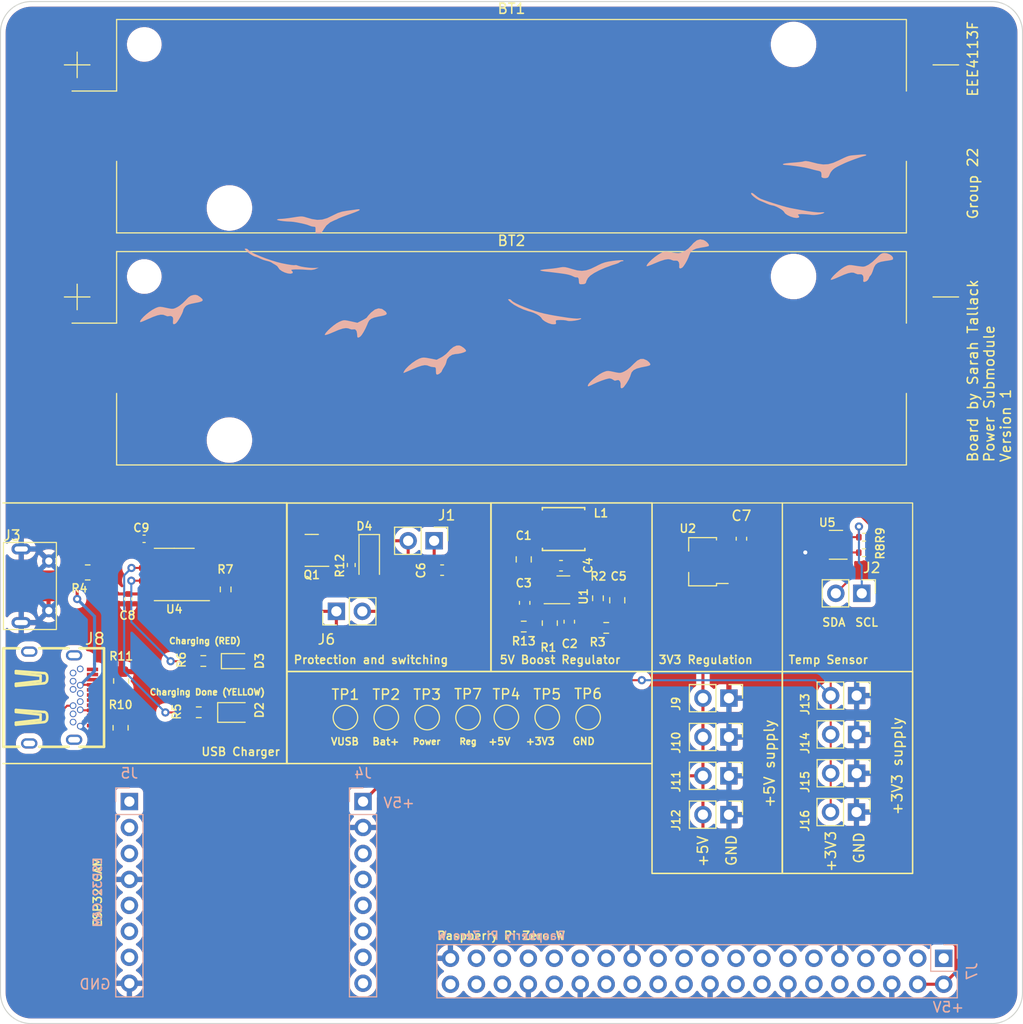
<source format=kicad_pcb>
(kicad_pcb (version 20211014) (generator pcbnew)
  (layers (0 "F.Cu" signal) (31 "B.Cu" signal) (34 "B.Paste" user) (35 "F.Paste" user) (36 "B.SilkS" user "B.Silkscreen") (37 "F.SilkS" user "F.Silkscreen") (38 "B.Mask" user) (39 "F.Mask" user) (44 "Edge.Cuts" user))
  (net 0 "")
  (net 1 "GND")
  (net 2 "/Sensors/SCL")
  (net 3 "/Sensors/SDA")
  (net 4 "Net-(L1-Pad2)")
  (net 5 "Net-(C2-Pad2)")
  (net 6 "Net-(C3-Pad2)")
  (net 7 "Net-(C3-Pad1)")
  (net 8 "Net-(C4-Pad1)")
  (net 9 "Net-(C8-Pad1)")
  (net 10 "Net-(D2-Pad1)")
  (net 11 "Net-(D3-Pad1)")
  (net 12 "/VoltageSupply/VUSB")
  (net 13 "Net-(R5-Pad2)")
  (net 14 "Net-(R6-Pad2)")
  (net 15 "Net-(R7-Pad1)")
  (net 18 "Net-(D4-Pad1)")
  (net 19 "/VoltageSupply/Bat+")
  (net 20 "/VoltageSupply/Power")
  (net 21 "/Microcontrollers/+5VReg")
  (net 22 "/Sensors/+3V3Reg")
  (net 23 "Net-(R2-Pad2)")
  (net 26 "/Microcontrollers/GPIO4")
  (net 27 "/Microcontrollers/GPIO2")
  (net 28 "/Microcontrollers/GPIO14")
  (net 29 "/Microcontrollers/GPIO15")
  (net 30 "/Microcontrollers/GPIO13")
  (net 31 "/Microcontrollers/GPIO12")
  (net 32 "/Microcontrollers/3.3V")
  (net 33 "/Microcontrollers/GPIO16")
  (net 34 "/Microcontrollers/GPIO0")
  (net 35 "/Microcontrollers/3.3V{slash}5V")
  (net 36 "/Microcontrollers/GPIO3")
  (net 37 "/Microcontrollers/GPIO1")
  (net 38 "/Microcontrollers/+3V3")
  (net 39 "/Microcontrollers/GPIO[2]{slash}SDA1")
  (net 40 "/Microcontrollers/GPIO[3]{slash}SCL1")
  (net 41 "/Microcontrollers/GPIO[4]{slash}GPCLK0")
  (net 42 "/Microcontrollers/GPIO[14]{slash}TXD0")
  (net 43 "/Microcontrollers/GPIO[15]{slash}RXD0")
  (net 44 "/Microcontrollers/GPIO[17]")
  (net 45 "/Microcontrollers/GPIO[18]{slash}PCM.CLK")
  (net 46 "/Microcontrollers/GPIO[27]")
  (net 47 "/Microcontrollers/GPIO[22]")
  (net 48 "/Microcontrollers/GPIO[23]")
  (net 49 "/Microcontrollers/GPIO[24]")
  (net 50 "/Microcontrollers/GPIO[10]{slash}SPI0.MOSI")
  (net 51 "/Microcontrollers/GPIO[9]{slash}SPI0.MISO")
  (net 52 "/Microcontrollers/GPIO[25]")
  (net 53 "/Microcontrollers/GPIO[11]{slash}SPI0.SCLK")
  (net 54 "/Microcontrollers/GPIO[8]{slash}SPI0.CE0")
  (net 55 "/Microcontrollers/GPIO[7]{slash}SPI0.CE1")
  (net 56 "/Microcontrollers/ID_SDA")
  (net 57 "/Microcontrollers/ID_SCL")
  (net 58 "/Microcontrollers/GPIO[5]")
  (net 59 "/Microcontrollers/GPIO[6]")
  (net 60 "/Microcontrollers/GPIO[12]{slash}PWM0")
  (net 61 "/Microcontrollers/GPIO[13]{slash}PWM1")
  (net 62 "/Microcontrollers/GPIO[19]{slash}PCM.FS")
  (net 63 "/Microcontrollers/GPIO[16]")
  (net 64 "/Microcontrollers/GPIO26")
  (net 65 "/Microcontrollers/GPIO[20]{slash}PCM.DIN")
  (net 66 "/Microcontrollers/GPIO[21]{slash}PCM.DOUT")
  (net 69 "Net-(J8-PadA5)")
  (net 77 "Net-(J8-PadB5)")
  (net 83 "/VoltageSupply/Reg")
  (footprint "Resistor_SMD:R_0402_1005Metric" (layer "F.Cu") (at 91.571574 96.731058 90)
    (fp_text reference "R12")
    (fp_text value "100k")
  )
  (footprint "Resistor_SMD:R_0805_2012Metric" (layer "F.Cu") (at 69 112.656142 -90)
    (fp_text reference "R10")
    (fp_text value "5.1k")
  )
  (footprint "TestPoint:TestPoint_Pad_D2.0mm" (layer "F.Cu") (at 99 111.656142)
    (fp_text reference "TP3")
    (fp_text value "TestPoint")
  )
  (footprint "Connector_PinHeader_2.54mm:PinHeader_1x02_P2.54mm_Vertical" (layer "F.Cu") (at 99.678845 94.358028 -90)
    (fp_text reference "J1")
    (fp_text value "Conn_01x02_Male")
  )
  (footprint "Resistor_SMD:R_0805_2012Metric" (layer "F.Cu") (at 65.780757 97.454584)
    (fp_text reference "R4")
    (fp_text value "330m")
  )
  (footprint "TestPoint:TestPoint_Pad_D2.0mm" (layer "F.Cu") (at 103 111.656142)
    (fp_text reference "TP7")
    (fp_text value "TestPoint")
  )
  (footprint "Package_TO_SOT_SMD:SOT-89-3" (layer "F.Cu") (at 126.25 96.406142 180)
    (fp_text reference "U2")
    (fp_text value "HT75xx-1-SOT89")
  )
  (footprint "Connector_PinHeader_2.54mm:PinHeader_1x02_P2.54mm_Vertical" (layer "F.Cu") (at 128.525 121.156142 -90)
    (fp_text reference "J12")
    (fp_text value "Conn_01x02_Male")
  )
  (footprint "Capacitor_SMD:C_0402_1005Metric" (layer "F.Cu") (at 71.3 94.166142 180)
    (fp_text reference "C9")
    (fp_text value "10uF")
  )
  (footprint "LED_SMD:LED_0603_1608Metric" (layer "F.Cu") (at 80.346313 106.13688)
    (fp_text reference "D3")
    (fp_text value "RLED")
  )
  (footprint "Capacitor_SMD:C_0805_2012Metric" (layer "F.Cu") (at 108.448019 96.180404 90)
    (fp_text reference "C1")
    (fp_text value "4.7u")
  )
  (footprint "TestPoint:TestPoint_Pad_D2.0mm" (layer "F.Cu") (at 95 111.656142)
    (fp_text reference "TP2")
    (fp_text value "TestPoint")
  )
  (footprint "TestPoint:TestPoint_Pad_D2.0mm" (layer "F.Cu") (at 110.75 111.632996)
    (fp_text reference "TP5")
    (fp_text value "TestPoint")
  )
  (footprint "Package_TO_SOT_SMD:SOT-23" (layer "F.Cu") (at 87.703163 95.297117 180)
    (fp_text reference "Q1")
    (fp_text value "Si2301CDS")
  )
  (footprint "Capacitor_SMD:C_0805_2012Metric" (layer "F.Cu") (at 117.600926 100.179746 90)
    (fp_text reference "C5")
    (fp_text value "1u")
  )
  (footprint "Battery:BatteryHolder_Keystone_1042_1x18650" (layer "F.Cu") (at 107.25 53.79)
    (fp_text reference "BT1")
    (fp_text value "Li-Ion Battery")
  )
  (footprint "Resistor_SMD:R_0603_1608Metric" (layer "F.Cu") (at 79.279911 99.116259 -90)
    (fp_text reference "R7")
    (fp_text value "1.2k")
  )
  (footprint "Resistor_SMD:R_0603_1608Metric" (layer "F.Cu") (at 115.7101 99.979559 -90)
    (fp_text reference "R2")
    (fp_text value "180k")
  )
  (footprint "Capacitor_SMD:C_0402_1005Metric" (layer "F.Cu") (at 69.750812 100.044799 -90)
    (fp_text reference "C8")
    (fp_text value "10uF")
  )
  (footprint "Resistor_SMD:R_0603_1608Metric" (layer "F.Cu") (at 108.448725 102.75 180)
    (fp_text reference "R13")
    (fp_text value "1k")
  )
  (footprint "SarahFootprints:USB-TYPE-C-TH_USB-306A-B-SU" (layer "F.Cu") (at 63.155 109.696315 -90)
    (fp_text reference "J8")
    (fp_text value "USB_C_Receptacle" hide)
  )
  (footprint "Resistor_SMD:R_0603_1608Metric" (layer "F.Cu") (at 76.6475 111.141142 180)
    (fp_text reference "R5")
    (fp_text value "1k")
  )
  (footprint "TestPoint:TestPoint_Pad_D2.0mm" (layer "F.Cu") (at 114.75 111.632996)
    (fp_text reference "TP6")
    (fp_text value "TestPoint")
  )
  (footprint "SarahFootprints:C404969_Micro_USB" (layer "F.Cu") (at 57.575636 98.761938 90)
    (fp_text reference "J3")
    (fp_text value "USB_Micro_B_Female_Connector")
  )
  (footprint "Capacitor_SMD:C_0603_1608Metric" (layer "F.Cu") (at 129.75 94.156142 90)
    (fp_text reference "C7")
    (fp_text value "100n")
  )
  (footprint "Capacitor_SMD:C_0603_1608Metric" (layer "F.Cu") (at 112.905423 102.275685 90)
    (fp_text reference "C2")
    (fp_text value "100n")
  )
  (footprint "Resistor_SMD:R_0402_1005Metric" (layer "F.Cu") (at 141.75 94.009432 180)
    (fp_text reference "R9")
    (fp_text value "10k")
  )
  (footprint "Battery:BatteryHolder_Keystone_1042_1x18650" (layer "F.Cu") (at 107.25 76.5)
    (fp_text reference "BT2")
    (fp_text value "Li-Ion Battery")
  )
  (footprint "Connector_PinHeader_2.54mm:PinHeader_1x02_P2.54mm_Vertical" (layer "F.Cu") (at 141.025 117.106142 -90)
    (fp_text reference "J15")
    (fp_text value "Conn_01x02_Male")
  )
  (footprint "Capacitor_SMD:C_0603_1608Metric" (layer "F.Cu") (at 112.094018 96.797165 180)
    (fp_text reference "C4")
    (fp_text value "100n")
  )
  (footprint "Package_SO:HSOP-8-1EP_3.9x4.9mm_P1.27mm_EP2.3x2.3mm" (layer "F.Cu") (at 74.25 97.656142 180)
    (fp_text reference "U4")
    (fp_text value "TP4056_1")
  )
  (footprint "TestPoint:TestPoint_Pad_D2.0mm" (layer "F.Cu") (at 91 111.656142)
    (fp_text reference "TP1")
    (fp_text value "TestPoint")
  )
  (footprint "Diode_SMD:D_SOD-123" (layer "F.Cu") (at 93.329492 95.9953 -90)
    (fp_text reference "D4")
    (fp_text value "Diode")
  )
  (footprint "Connector_PinHeader_2.54mm:PinHeader_1x02_P2.54mm_Vertical" (layer "F.Cu") (at 141.525 99.5 -90)
    (fp_text reference "J2")
    (fp_text value "Conn_01x02_Male")
  )
  (footprint "Capacitor_SMD:C_0603_1608Metric" (layer "F.Cu") (at 100.461631 97.230718)
    (fp_text reference "C6")
    (fp_text value "100n")
  )
  (footprint "Package_SON:WSON-10-1EP_2.5x2.5mm_P0.5mm_EP1.2x2mm" (layer "F.Cu") (at 111.698019 99.155075)
    (fp_text reference "U1")
    (fp_text value "TPS63030DSKR")
  )
  (footprint "Resistor_SMD:R_0603_1608Metric" (layer "F.Cu") (at 116.521264 102.880355)
    (fp_text reference "R3")
    (fp_text value "20k")
  )
  (footprint "Connector_PinHeader_2.54mm:PinHeader_1x02_P2.54mm_Vertical" (layer "F.Cu") (at 141.025 113.306142 -90)
    (fp_text reference "J14")
    (fp_text value "Conn_01x02_Male")
  )
  (footprint "Connector_PinHeader_2.54mm:PinHeader_1x02_P2.54mm_Vertical" (layer "F.Cu") (at 141.012716 120.906142 -90)
    (fp_text reference "J16")
    (fp_text value "Conn_01x02_Male")
  )
  (footprint "Connector_PinHeader_2.54mm:PinHeader_1x02_P2.54mm_Vertical" (layer "F.Cu") (at 128.525 117.356142 -90)
    (fp_text reference "J11")
    (fp_text value "Conn_01x02_Male")
  )
  (footprint "Resistor_SMD:R_0603_1608Metric" (layer "F.Cu") (at 77.096313 106.12134 180)
    (fp_text reference "R6")
    (fp_text value "1k")
  )
  (footprint "Capacitor_SMD:C_0603_1608Metric" (layer "F.Cu") (at 108.538762 100.432441 90)
    (fp_text reference "C3")
    (fp_text value "100n")
  )
  (footprint "SarahFootprints:IND-SMD_L4.0-W4.0" (layer "F.Cu") (at 112.349862 93.210018)
    (fp_text reference "L1")
    (fp_text value "4.7u" hide)
  )
  (footprint "Resistor_SMD:R_0402_1005Metric" (layer "F.Cu") (at 141.738711 95.522068 180)
    (fp_text reference "R8")
    (fp_text value "10k")
  )
  (footprint "Connector_PinHeader_2.54mm:PinHeader_1x02_P2.54mm_Vertical" (layer "F.Cu") (at 141.025 109.506142 -90)
    (fp_text reference "J13")
    (fp_text value "Conn_01x02_Male")
  )
  (footprint "Resistor_SMD:R_0805_2012Metric" (layer "F.Cu") (at 111 102.4125 -90)
    (fp_text reference "R1")
    (fp_text value "200k")
  )
  (footprint "Connector_PinHeader_2.54mm:PinHeader_1x02_P2.54mm_Vertical" (layer "F.Cu") (at 128.525 109.756142 -90)
    (fp_text reference "J9")
    (fp_text value "Conn_01x02_Male")
  )
  (footprint "Connector_PinHeader_2.54mm:PinHeader_1x02_P2.54mm_Vertical" (layer "F.Cu") (at 128.525 113.556142 -90)
    (fp_text reference "J10")
    (fp_text value "Conn_01x02_Male")
  )
  (footprint "TestPoint:TestPoint_Pad_D2.0mm" (layer "F.Cu") (at 106.75 111.632996)
    (fp_text reference "TP4")
    (fp_text value "TestPoint")
  )
  (footprint "Connector_PinHeader_2.54mm:PinHeader_1x02_P2.54mm_Vertical" (layer "F.Cu") (at 90.113845 101.260981 90)
    (fp_text reference "J6")
    (fp_text value "Conn_01x02_Male")
  )
  (footprint "LED_SMD:LED_0805_2012Metric" (layer "F.Cu") (at 80.1875 111.156142)
    (fp_text reference "D2")
    (fp_text value "YLED")
  )
  (footprint "Resistor_SMD:R_0805_2012Metric" (layer "F.Cu") (at 69.055645 108.073079 -90)
    (fp_text reference "R11")
    (fp_text value "5.1k")
  )
  (footprint "Sensor_Humidity:Sensirion_DFN-8-1EP_2.5x2.5mm_P0.5mm_EP1.1x1.7mm" (layer "F.Cu") (at 139 94.75 180)
    (fp_text reference "U5")
    (fp_text value "SHT30-DIS")
  )
  (footprint "Connector_PinSocket_2.54mm:PinSocket_1x08_P2.54mm_Vertical" (layer "B.Cu") (at 92.725 119.875 180)
    (fp_text reference "J4")
    (fp_text value "Conn_01x08_Male")
  )
  (footprint "Connector_PinSocket_2.54mm:PinSocket_2x20_P2.54mm_Vertical" (layer "B.Cu") (at 149.54 135.21 90)
    (fp_text reference "J7")
    (fp_text value "GPIO")
  )
  (footprint "LOGO" (layer "B.Cu") (at 105.460644 73.795687 180)
    (fp_text reference "G***" hide)
    (fp_text value "LOGO" hide)
  )
  (footprint "Connector_PinSocket_2.54mm:PinSocket_1x08_P2.54mm_Vertical" (layer "B.Cu") (at 69.859465 119.875 180)
    (fp_text reference "J5")
    (fp_text value "Conn_01x08_Male")
  )
  (gr_rect (start 105.23347 90.666056) (end 85.291046 107.149006) (layer "F.SilkS") (width 0.15) (fill none))
  (gr_line (start 85.5 116.156142) (end 57.5 116.156142) (layer "F.SilkS") (width 0.15))
  (gr_rect (start 133.75 90.656142) (end 146.5 107.156142) (layer "F.SilkS") (width 0.12) (fill none))
  (gr_rect (start 105.25 90.656142) (end 121 107.156142) (layer "F.SilkS") (width 0.15) (fill none))
  (gr_rect (start 121 90.656142) (end 133.75 107.156142) (layer "F.SilkS") (width 0.12) (fill none))
  (gr_line (start 57.5 90.656142) (end 85.25 90.656142) (layer "F.SilkS") (width 0.15))
  (gr_rect (start 133.75 107.156142) (end 146.5 126.906142) (layer "F.SilkS") (width 0.15) (fill none))
  (gr_rect (start 121 107.156142) (end 133.75 126.906142) (layer "F.SilkS") (width 0.15) (fill none))
  (gr_line (start 85.25 90.656142) (end 85.25 116.156142) (layer "F.SilkS") (width 0.15))
  (gr_rect (start 85.291046 107.149006) (end 121 116.156142) (layer "F.SilkS") (width 0.15) (fill none))
  (gr_line (start 60.25 41.59264) (end 154.25736 41.59264) (layer "Edge.Cuts") (width 0.1))
  (gr_arc (start 60.25 141.6) (mid 58.12868 140.72132) (end 57.25 138.6) (layer "Edge.Cuts") (width 0.1))
  (gr_arc (start 154.25736 41.59264) (mid 156.37868 42.47132) (end 157.25736 44.59264) (layer "Edge.Cuts") (width 0.1))
  (gr_line (start 57.25 44.59264) (end 57.25 138.6) (layer "Edge.Cuts") (width 0.1))
  (gr_line (start 157.25 138.6) (end 157.25736 44.59264) (layer "Edge.Cuts") (width 0.1))
  (gr_arc (start 57.25 44.59264) (mid 58.12868 42.47132) (end 60.25 41.59264) (layer "Edge.Cuts") (width 0.1))
  (gr_line (start 60.25 141.6) (end 154.25 141.6) (layer "Edge.Cuts") (width 0.1))
  (gr_arc (start 157.25 138.6) (mid 156.37132 140.72132) (end 154.25 141.6) (layer "Edge.Cuts") (width 0.1))
  (gr_text "GND\n" (at 66.5 137.75) (layer "B.SilkS") (effects (font (size 1 1)) (justify mirror)))
  (gr_text "+5V" (at 96.25 120) (layer "B.SilkS") (effects (font (size 1 1)) (justify mirror)))
  (gr_text "+5V" (at 150 140) (layer "B.SilkS") (effects (font (size 1 1)) (justify mirror)))
  (gr_text "ESP32 CAM" (at 66.75 128.75 90) (layer "B.SilkS") (effects (font (size 0.8 0.8)) (justify mirror)))
  (gr_text "Raspberry Pi Zero W" (at 106.25 133) (layer "B.SilkS") (effects (font (size 0.8 0.8)) (justify mirror)))
  (gr_text "USB Charger" (at 80.75 115) (layer "F.SilkS") (effects (font (size 0.8 0.8))))
  (gr_text "Bat+" (at 94.95 114.006142) (layer "F.SilkS") (effects (font (size 0.7 0.7))))
  (gr_text "Board by Sarah Tallack	Group 22	EEE4113F\nPower Submodule\nVersion 1" (at 154 86.75 90) (layer "F.SilkS") (effects (font (size 1 1)) (justify left)))
  (gr_text "Charging Done (YELLOW)" (at 77.487115 109.166467) (layer "F.SilkS") (effects (font (size 0.6 0.6))))
  (gr_text "5V Boost Regulator" (at 112 106) (layer "F.SilkS") (effects (font (size 0.8 0.8))))
  (gr_text "Temp Sensor" (at 138.25 106) (layer "F.SilkS") (effects (font (size 0.8 0.8))))
  (gr_text "+5V\n" (at 125.980093 124.747124 90) (layer "F.SilkS") (effects (font (size 1 1))))
  (gr_text "GND" (at 128.775 124.656142 90) (layer "F.SilkS") (effects (font (size 1 1))))
  (gr_text "Charging (RED)\n" (at 77.25 104.156142) (layer "F.SilkS") (effects (font (size 0.6 0.6))))
  (gr_text "+3V3 supply\n" (at 145 116.406142 90) (layer "F.SilkS") (effects (font (size 1 1))))
  (gr_text "+5V supply" (at 132.5 116.156142 90) (layer "F.SilkS") (effects (font (size 1 1))))
  (gr_text "Power" (at 98.95 114.006142) (layer "F.SilkS") (effects (font (size 0.6 0.6))))
  (gr_text "3V3 Regulation" (at 126.25 106) (layer "F.SilkS") (effects (font (size 0.8 0.8))))
  (gr_text "+3V3" (at 138.5 124.75 90) (layer "F.SilkS") (effects (font (size 1 1))))
  (gr_text "SDA" (at 138.79 102.343858) (layer "F.SilkS") (effects (font (size 0.8 0.8))))
  (gr_text "Protection and switching" (at 93.5 106) (layer "F.SilkS") (effects (font (size 0.8 0.8))))
  (gr_text "Reg" (at 103 114) (layer "F.SilkS") (effects (font (size 0.6 0.6))))
  (gr_text "+3V3" (at 110.064744 113.982996) (layer "F.SilkS") (effects (font (size 0.7 0.7))))
  (gr_text "SCL" (at 142 102.343858) (layer "F.SilkS") (effects (font (size 0.8 0.8))))
  (gr_text "GND" (at 114.314744 113.982996) (layer "F.SilkS") (effects (font (size 0.7 0.7))))
  (gr_text "GND" (at 141.262716 124.406142 90) (layer "F.SilkS") (effects (font (size 1 1))))
  (gr_text "VUSB" (at 90.95 114.006142) (layer "F.SilkS") (effects (font (size 0.7 0.7))))
  (gr_text "ESP32 CAM" (at 66.75 128.75 90) (layer "F.SilkS") (effects (font (size 0.8 0.8))))
  (gr_text "Raspberry Pi Zero W" (at 106.25 133) (layer "F.SilkS") (effects (font (size 0.8 0.8))))
  (gr_text "+5V" (at 106.064744 114.000358) (layer "F.SilkS") (effects (font (size 0.7 0.7))))
  (segment (start 111.319018 96.797165) (end 111.350926 96.829073) (width 0.2) (layer "F.Cu") (net 1))
  (segment (start 111.350926 98.807982) (end 111.698019 99.155075) (width 0.2) (layer "F.Cu") (net 1))
  (segment (start 137.825 95) (end 137.825 95.5) (width 0.2) (layer "F.Cu") (net 1))
  (segment (start 140.175 95) (end 139.25 95) (width 0.2) (layer "F.Cu") (net 1))
  (segment (start 111.350926 96.829073) (end 111.350926 98.807982) (width 0.2) (layer "F.Cu") (net 1))
  (segment (start 137.825 95.5) (end 138.5 95.5) (width 0.2) (layer "F.Cu") (net 1))
  (segment (start 76.725 97.021142) (end 75.206203 97.021142) (width 0.2) (layer "F.Cu") (net 1))
  (segment (start 110.485519 97.630664) (end 111.319018 96.797165) (width 0.2) (layer "F.Cu") (net 1))
  (segment (start 110.485519 98.155075) (end 110.485519 97.630664) (width 0.2) (layer "F.Cu") (net 1))
  (segment (start 137.825 95.5) (end 136 95.5) (width 0.2) (layer "F.Cu") (net 1))
  (via (at 136 95.5) (size 0.8) (drill 0.4) (layers "F.Cu" "B.Cu") (net 1))
  (segment (start 140.175 94) (end 141.230568 94) (width 0.2) (layer "F.Cu") (net 2))
  (segment (start 141.24 94.027428) (end 141.24 92.972572) (width 0.2) (layer "F.Cu") (net 2))
  (segment (start 141.24 92.972572) (end 141.24961 92.962962) (width 0.2) (layer "F.Cu") (net 2))
  (via (at 141.24961 92.962962) (size 0.8) (drill 0.4) (layers "F.Cu" "B.Cu") (net 2))
  (segment (start 141.24961 92.962962) (end 141.24961 96.49961) (width 0.2) (layer "B.Cu") (net 2))
  (segment (start 141.525 96.775) (end 141.525 99.5) (width 0.2) (layer "B.Cu") (net 2))
  (segment (start 141.24961 96.49961) (end 141.525 96.775) (width 0.2) (layer "B.Cu") (net 2))
  (segment (start 140.175 95.5) (end 141.206643 95.5) (width 0.2) (layer "F.Cu") (net 3))
  (segment (start 140.175 98.31) (end 138.985 99.5) (width 0.2) (layer "F.Cu") (net 3))
  (segment (start 140.175 95.5) (end 140.175 98.31) (width 0.2) (layer "F.Cu") (net 3))
  (segment (start 113.949862 93.210018) (end 113.949862 98.153232) (width 0.2) (layer "F.Cu") (net 4))
  (segment (start 113.448019 98.655075) (end 112.910519 98.655075) (width 0.2) (layer "F.Cu") (net 4))
  (segment (start 113.949862 98.153232) (end 113.448019 98.655075) (width 0.2) (layer "F.Cu") (net 4))
  (segment (start 111 101.5) (end 112.89745 101.5) (width 0.2) (layer "F.Cu") (net 5))
  (segment (start 112.910519 101.486931) (end 112.901043 101.496407) (width 0.2) (layer "F.Cu") (net 5))
  (segment (start 112.89745 101.5) (end 112.901043 101.496407) (width 0.2) (layer "F.Cu") (net 5))
  (segment (start 112.910519 100.155075) (end 112.910519 101.486931) (width 0.2) (layer "F.Cu") (net 5))
  (segment (start 110.485519 99.155075) (end 109.041128 99.155075) (width 0.2) (layer "F.Cu") (net 6))
  (segment (start 109.041128 99.155075) (end 108.538762 99.657441) (width 0.2) (layer "F.Cu") (net 6))
  (segment (start 109.600926 99.929746) (end 109.875597 99.655075) (width 0.2) (layer "F.Cu") (net 7))
  (segment (start 108.538762 101.207441) (end 108.933305 101.207441) (width 0.2) (layer "F.Cu") (net 7))
  (segment (start 109.875597 99.655075) (end 110.485519 99.655075) (width 0.2) (layer "F.Cu") (net 7))
  (segment (start 109.600926 100.53982) (end 109.600926 99.929746) (width 0.2) (layer "F.Cu") (net 7))
  (segment (start 108.933305 101.207441) (end 109.600926 100.53982) (width 0.2) (layer "F.Cu") (net 7))
  (segment (start 112.913925 96.797561) (end 112.913925 98.151669) (width 0.2) (layer "F.Cu") (net 8))
  (segment (start 112.913925 98.151669) (end 112.910519 98.155075) (width 0.2) (layer "F.Cu") (net 8))
  (segment (start 81.133813 102.042344) (end 81.133813 106.13688) (width 0.3) (layer "F.Cu") (net 9))
  (segment (start 80.25 97.156142) (end 80.25 100.223987) (width 0.3) (layer "F.Cu") (net 9))
  (segment (start 78.845 95.751142) (end 80.25 97.156142) (width 0.3) (layer "F.Cu") (net 9))
  (segment (start 76.725 95.751142) (end 78.845 95.751142) (width 0.3) (layer "F.Cu") (net 9))
  (segment (start 71.775 99.561142) (end 68.799815 99.561142) (width 0.3) (layer "F.Cu") (net 9))
  (segment (start 81.125 111.156142) (end 81.125 106.145693) (width 0.2) (layer "F.Cu") (net 9))
  (segment (start 79.782728 100.691259) (end 81.133813 102.042344) (width 0.3) (layer "F.Cu") (net 9))
  (segment (start 79.782728 100.691259) (end 74.285117 100.691259) (width 0.3) (layer "F.Cu") (net 9))
  (segment (start 68.799815 99.561142) (end 66.693257 97.454584) (width 0.3) (layer "F.Cu") (net 9))
  (segment (start 73.155 99.561142) (end 71.775 99.561142) (width 0.3) (layer "F.Cu") (net 9))
  (segment (start 80.25 100.223987) (end 79.782728 100.691259) (width 0.3) (layer "F.Cu") (net 9))
  (segment (start 74.285117 100.691259) (end 73.155 99.561142) (width 0.3) (layer "F.Cu") (net 9))
  (segment (start 77.4725 111.141142) (end 79.235 111.141142) (width 0.2) (layer "F.Cu") (net 10))
  (segment (start 79.235 111.141142) (end 79.25 111.156142) (width 0.2) (layer "F.Cu") (net 10))
  (segment (start 77.936853 106.13688) (end 77.921313 106.12134) (width 0.2) (layer "F.Cu") (net 11))
  (segment (start 79.558813 106.13688) (end 77.936853 106.13688) (width 0.2) (layer "F.Cu") (net 11))
  (segment (start 64.75 97.572841) (end 64.868257 97.454584) (width 0.3) (layer "F.Cu") (net 12))
  (segment (start 88.656142 114) (end 74.25 114) (width 0.2) (layer "F.Cu") (net 12))
  (segment (start 66.25 110.946315) (end 65.1 110.946315) (width 0.2) (layer "F.Cu") (net 12))
  (segment (start 74.25 114) (end 70.5 110.25) (width 0.2) (layer "F.Cu") (net 12))
  (segment (start 93.329492 97.6453) (end 93.329492 96.673446) (width 0.3) (layer "F.Cu") (net 12))
  (segment (start 93.329492 96.673446) (end 92.903163 96.247117) (width 0.3) (layer "F.Cu") (net 12))
  (segment (start 65.1 110.946315) (end 65.05 110.896315) (width 0.2) (layer "F.Cu") (net 12))
  (segment (start 67.053685 110.946315) (end 66.25 110.946315) (width 0.2) (layer "F.Cu") (net 12))
  (segment (start 70.5 110.25) (end 67.75 110.25) (width 0.2) (layer "F.Cu") (net 12))
  (segment (start 61.975 97.471142) (end 64.851699 97.471142) (width 0.3) (layer "F.Cu") (net 12))
  (segment (start 65.1 108.446315) (end 65.05 108.496315) (width 0.2) (layer "F.Cu") (net 12))
  (segment (start 92.903163 96.247117) (end 88.640663 96.247117) (width 0.3) (layer "F.Cu") (net 12))
  (segment (start 64.851699 97.471142) (end 64.868257 97.454584) (width 0.3) (layer "F.Cu") (net 12))
  (segment (start 64.75 100.056142) (end 64.75 97.572841) (width 0.3) (layer "F.Cu") (net 12))
  (segment (start 91 111.656142) (end 88.656142 114) (width 0.2) (layer "F.Cu") (net 12))
  (segment (start 66.25 108.446315) (end 65.1 108.446315) (width 0.2) (layer "F.Cu") (net 12))
  (segment (start 67.75 110.25) (end 67.053685 110.946315) (width 0.2) (layer "F.Cu") (net 12))
  (via (at 64.75 100.056142) (size 0.8) (drill 0.4) (layers "F.Cu" "B.Cu") (net 12))
  (segment (start 65.05 108.496315) (end 66.450001 107.096314) (width 0.3) (layer "B.Cu") (net 12))
  (segment (start 66.450001 101.756143) (end 64.75 100.056142) (width 0.3) (layer "B.Cu") (net 12))
  (segment (start 66.450001 106.406142) (end 66.450001 101.756143) (width 0.3) (layer "B.Cu") (net 12))
  (segment (start 66.450001 107.096314) (end 66.450001 106.406142) (width 0.3) (layer "B.Cu") (net 12))
  (segment (start 73.385 111.156142) (end 75.8075 111.156142) (width 0.2) (layer "F.Cu") (net 13))
  (segment (start 70.067569 97.016142) (end 71.77 97.016142) (width 0.2) (layer "F.Cu") (net 13))
  (segment (start 71.77 97.016142) (end 71.775 97.021142) (width 0.2) (layer "F.Cu") (net 13))
  (via (at 70.067569 97.016142) (size 0.8) (drill 0.4) (layers "F.Cu" "B.Cu") (net 13))
  (via (at 73.385 111.156142) (size 0.8) (drill 0.4) (layers "F.Cu" "B.Cu") (net 13))
  (segment (start 69.35 97.733711) (end 69.35 107.121142) (width 0.2) (layer "B.Cu") (net 13))
  (segment (start 70.067569 97.016142) (end 69.35 97.733711) (width 0.2) (layer "B.Cu") (net 13))
  (segment (start 69.35 107.121142) (end 73.385 111.156142) (width 0.2) (layer "B.Cu") (net 13))
  (segment (start 76.250558 106.142095) (end 76.271313 106.12134) (width 0.2) (layer "F.Cu") (net 14))
  (segment (start 70.05 98.266142) (end 71.75 98.266142) (width 0.2) (layer "F.Cu") (net 14))
  (segment (start 73.896313 106.142095) (end 76.250558 106.142095) (width 0.2) (layer "F.Cu") (net 14))
  (via (at 70.05 98.266142) (size 0.8) (drill 0.4) (layers "F.Cu" "B.Cu") (net 14))
  (via (at 73.896313 106.142095) (size 0.8) (drill 0.4) (layers "F.Cu" "B.Cu") (net 14))
  (segment (start 73.896313 106.142095) (end 70.05 102.295782) (width 0.2) (layer "B.Cu") (net 14))
  (segment (start 70.05 102.295782) (end 70.05 98.266142) (width 0.2) (layer "B.Cu") (net 14))
  (segment (start 79.279794 98.291142) (end 79.279911 98.291259) (width 0.2) (layer "F.Cu") (net 15))
  (segment (start 76.725 98.291142) (end 79.279794 98.291142) (width 0.2) (layer "F.Cu") (net 15))
  (segment (start 88.64248 94.3453) (end 93.329492 94.3453) (width 0.3) (layer "F.Cu") (net 18))
  (segment (start 97.138845 99.424927) (end 97.138845 94.358028) (width 0.3) (layer "F.Cu") (net 18))
  (segment (start 97.138845 94.358028) (end 93.34222 94.358028) (width 0.3) (layer "F.Cu") (net 18))
  (segment (start 95.299642 101.26413) (end 95.296493 101.260981) (width 0.3) (layer "F.Cu") (net 18))
  (segment (start 88.640663 94.347117) (end 88.64248 94.3453) (width 0.3) (layer "F.Cu") (net 18))
  (segment (start 95.296493 101.260981) (end 92.653845 101.260981) (width 0.3) (layer "F.Cu") (net 18))
  (segment (start 95.299642 101.26413) (end 97.138845 99.424927) (width 0.3) (layer "F.Cu") (net 18))
  (segment (start 93.34222 94.358028) (end 93.329492 94.3453) (width 0.3) (layer "F.Cu") (net 18))
  (segment (start 79.5 94.156142) (end 71.79 94.156142) (width 0.3) (layer "F.Cu") (net 19))
  (segment (start 67.92 76.5) (end 67.92 88.616142) (width 0.3) (layer "F.Cu") (net 19))
  (segment (start 71.775 95.751142) (end 71.775 94.343606) (width 0.3) (layer "F.Cu") (net 19))
  (segment (start 90.113845 101.260981) (end 90.113845 106.769987) (width 0.3) (layer "F.Cu") (net 19))
  (segment (start 86.765663 99.387799) (end 88.638845 101.260981) (width 0.3) (layer "F.Cu") (net 19))
  (segment (start 95 111.656142) (end 90.113845 106.769987) (width 0.2) (layer "F.Cu") (net 19))
  (segment (start 71.78 92.476142) (end 71.78 94.166142) (width 0.3) (layer "F.Cu") (net 19))
  (segment (start 86.765663 95.297117) (end 86.765663 99.387799) (width 0.3) (layer "F.Cu") (net 19))
  (segment (start 88.638845 101.260981) (end 90.113845 101.260981) (width 0.3) (layer "F.Cu") (net 19))
  (segment (start 71.79 94.156142) (end 71.78 94.166142) (width 0.3) (layer "F.Cu") (net 19))
  (segment (start 67.92 53.79) (end 67.92 76.5) (width 0.3) (layer "F.Cu") (net 19))
  (segment (start 67.92 88.616142) (end 71.78 92.476142) (width 0.3) (layer "F.Cu") (net 19))
  (segment (start 86.765663 95.297117) (end 80.640975 95.297117) (width 0.3) (layer "F.Cu") (net 19))
  (segment (start 80.640975 95.297117) (end 79.5 94.156142) (width 0.3) (layer "F.Cu") (net 19))
  (segment (start 99 108.75) (end 105 102.75) (width 0.2) (layer "F.Cu") (net 20))
  (segment (start 106.25337 100.179452) (end 107.600926 100.179452) (width 0.2) (layer "F.Cu") (net 20))
  (segment (start 99 111.656142) (end 99 108.75) (width 0.2) (layer "F.Cu") (net 20))
  (segment (start 105 102.75) (end 107.623725 102.75) (width 0.2) (layer "F.Cu") (net 20))
  (segment (start 106.25 100.176082) (end 102.651823 100.176082) (width 0.2) (layer "F.Cu") (net 20))
  (segment (start 110.485519 98.655075) (end 108.897456 98.655075) (width 0.2) (layer "F.Cu") (net 20))
  (segment (start 110.749862 95.057459) (end 108.676917 97.130404) (width 0.2) (layer "F.Cu") (net 20))
  (segment (start 108.897456 98.655075) (end 108.384161 98.14178) (width 0.2) (layer "F.Cu") (net 20))
  (segment (start 107.600926 102.727201) (end 107.623725 102.75) (width 0.2) (layer "F.Cu") (net 20))
  (segment (start 102.641909 100.185996) (end 99.686631 97.230718) (width 0.2) (layer "F.Cu") (net 20))
  (segment (start 107.600926 98.925015) (end 107.600926 100.179452) (width 0.2) (layer "F.Cu") (net 20))
  (segment (start 108.676917 97.130404) (end 108.448019 97.130404) (width 0.2) (layer "F.Cu") (net 20))
  (segment (start 99.684935 97.255377) (end 99.684935 94.39637) (width 0.3) (layer "F.Cu") (net 20))
  (segment (start 108.384161 97.194262) (end 108.448019 97.130404) (width 0.2) (layer "F.Cu") (net 20))
  (segment (start 108.384161 98.14178) (end 108.384161 97.194262) (width 0.2) (layer "F.Cu") (net 20))
  (segment (start 107.600926 98.925015) (end 108.384161 98.14178) (width 0.2) (layer "F.Cu") (net 20))
  (segment (start 107.600926 100.179452) (end 107.600926 102.727201) (width 0.2) (layer "F.Cu") (net 20))
  (segment (start 106.25 100.176082) (end 106.25337 100.179452) (width 0.2) (layer "F.Cu") (net 20))
  (segment (start 99.684935 94.39637) (end 99.689468 94.391837) (width 0.3) (layer "F.Cu") (net 20))
  (segment (start 102.651823 100.176082) (end 102.641909 100.185996) (width 0.2) (layer "F.Cu") (net 20))
  (segment (start 125.985 117.356142) (end 125.985 121.156142) (width 0.3) (layer "F.Cu") (net 21))
  (segment (start 111.132996 107.25) (end 106.75 111.632996) (width 0.3) (layer "F.Cu") (net 21))
  (segment (start 117.730481 99.154559) (end 115.7101 99.154559) (width 0.3) (layer "F.Cu") (net 21))
  (segment (start 117.600926 99.229746) (end 120.020254 99.229746) (width 0.3) (layer "F.Cu") (net 21))
  (segment (start 95.243858 117.356142) (end 92.725 119.875) (width 0.3) (layer "F.Cu") (net 21))
  (segment (start 117.600926 98.399074) (end 119.593858 96.406142) (width 0.3) (layer "F.Cu") (net 21))
  (segment (start 150.74 134.01) (end 150.74 136.55) (width 0.3) (layer "F.Cu") (net 21))
  (segment (start 131.75 130.75) (end 147.48 130.75) (width 0.3) (layer "F.Cu") (net 21))
  (segment (start 147 137.75) (end 149.54 137.75) (width 0.3) (layer "F.Cu") (net 21))
  (segment (start 112.910519 99.155075) (end 115.709584 99.155075) (width 0.3) (layer "F.Cu") (net 21))
  (segment (start 117.600926 99.229746) (end 117.600926 98.399074) (width 0.3) (layer "F.Cu") (net 21))
  (segment (start 125.985 121.156142) (end 125.985 124.985) (width 0.3) (layer "F.Cu") (net 21))
  (segment (start 120.729746 99.229746) (end 126 104.5) (width 0.3) (layer "F.Cu") (net 21))
  (segment (start 125.985 124.985) (end 131.75 130.75) (width 0.3) (layer "F.Cu") (net 21))
  (segment (start 125.985 109.756142) (end 125.985 113.556142) (width 0.3) (layer "F.Cu") (net 21))
  (segment (start 125.985 113.556142) (end 125.985 117.356142) (width 0.3) (layer "F.Cu") (net 21))
  (segment (start 119.593858 96.406142) (end 127.8125 96.406142) (width 0.3) (layer "F.Cu") (net 21))
  (segment (start 120.020254 99.229746) (end 120.729746 99.229746) (width 0.3) (layer "F.Cu") (net 21))
  (segment (start 120.020254 99.229746) (end 120.020254 102.979746) (width 0.3) (layer "F.Cu") (net 21))
  (segment (start 125.985 104.515) (end 125.985 109.756142) (width 0.3) (layer "F.Cu") (net 21))
  (segment (start 125.985 117.356142) (end 95.243858 117.356142) (width 0.3) (layer "F.Cu") (net 21))
  (segment (start 147.48 130.75) (end 150.74 134.01) (width 0.3) (layer "F.Cu") (net 21))
  (segment (start 126 104.5) (end 125.985 104.515) (width 0.3) (layer "F.Cu") (net 21))
  (segment (start 120.020254 102.979746) (end 115.75 107.25) (width 0.3) (layer "F.Cu") (net 21))
  (segment (start 115.75 107.25) (end 111.132996 107.25) (width 0.3) (layer "F.Cu") (net 21))
  (segment (start 150.74 136.55) (end 149.54 137.75) (width 0.3) (layer "F.Cu") (net 21))
  (segment (start 115.709584 99.155075) (end 115.7101 99.154559) (width 0.3) (layer "F.Cu") (net 21))
  (segment (start 138.485 106.235) (end 129.75 97.5) (width 0.2) (layer "F.Cu") (net 22))
  (segment (start 137.45 94) (end 136.475 93.025) (width 0.2) (layer "F.Cu") (net 22))
  (segment (start 134.568858 94.931142) (end 129.75 94.931142) (width 0.2) (layer "F.Cu") (net 22))
  (segment (start 138.485 109.506142) (end 138.485 106.235) (width 0.2) (layer "F.Cu") (net 22))
  (segment (start 138.485 117.106142) (end 138.485 120.893858) (width 0.2) (layer "F.Cu") (net 22))
  (segment (start 137.5 92) (end 136.475 93.025) (width 0.2) (layer "F.Cu") (net 22))
  (segment (start 142.26 92.76) (end 141.5 92) (width 0.2) (layer "F.Cu") (net 22))
  (segment (start 129.746586 94.908843) (end 129.743885 94.906142) (width 0.2) (layer "F.Cu") (net 22))
  (segment (start 129.743885 94.906142) (end 127.9 94.906142) (width 0.2) (layer "F.Cu") (net 22))
  (segment (start 114.382996 108) (end 110.75 111.632996) (width 0.2) (layer "F.Cu") (net 22))
  (segment (start 141.5 92) (end 137.5 92) (width 0.2) (layer "F.Cu") (net 22))
  (segment (start 138.485 113.306142) (end 138.485 117.106142) (width 0.2) (layer "F.Cu") (net 22))
  (segment (start 142.26 94.009432) (end 142.26 95.510779) (width 0.2) (layer "F.Cu") (net 22))
  (segment (start 136.475 93.025) (end 134.568858 94.931142) (width 0.2) (layer "F.Cu") (net 22))
  (segment (start 138.485 120.893858) (end 138.472716 120.906142) (width 0.2) (layer "F.Cu") (net 22))
  (segment (start 120 108) (end 114.382996 108) (width 0.2) (layer "F.Cu") (net 22))
  (segment (start 137.825 94) (end 137.45 94) (width 0.2) (layer "F.Cu") (net 22))
  (segment (start 142.26 94.009432) (end 142.26 92.76) (width 0.2) (layer "F.Cu") (net 22))
  (segment (start 138.485 109.506142) (end 138.485 113.306142) (width 0.2) (layer "F.Cu") (net 22))
  (segment (start 129.75 97.5) (end 129.75 94.931142) (width 0.2) (layer "F.Cu") (net 22))
  (via (at 120 108) (size 0.8) (drill 0.4) (layers "F.Cu" "B.Cu") (net 22))
  (segment (start 137 108) (end 120 108) (width 0.2) (layer "B.Cu") (net 22))
  (segment (start 137 108.021142) (end 137 108) (width 0.2) (layer "B.Cu") (net 22))
  (segment (start 138.485 109.506142) (end 137 108.021142) (width 0.2) (layer "B.Cu") (net 22))
  (segment (start 115.7101 102.866519) (end 115.696264 102.880355) (width 0.2) (layer "F.Cu") (net 23))
  (segment (start 115.7101 100.804559) (end 115.7101 102.866519) (width 0.2) (layer "F.Cu") (net 23))
  (segment (start 113.698019 99.655075) (end 114.847503 100.804559) (width 0.2) (layer "F.Cu") (net 23))
  (segment (start 112.910519 99.655075) (end 113.698019 99.655075) (width 0.2) (layer "F.Cu") (net 23))
  (segment (start 114.847503 100.804559) (end 115.7101 100.804559) (width 0.2) (layer "F.Cu") (net 23))
  (segment (start 68.84519 108.946315) (end 66.25 108.946315) (width 0.2) (layer "F.Cu") (net 69))
  (segment (start 68.848858 108.949983) (end 68.84519 108.946315) (width 0.2) (layer "F.Cu") (net 69))
  (segment (start 69 114.656142) (end 69 113.568642) (width 0.2) (layer "F.Cu") (net 77))
  (segment (start 62.814156 111.450965) (end 62.814156 114.200965) (width 0.2) (layer "F.Cu") (net 77))
  (segment (start 63.768806 110.496315) (end 62.814156 111.450965) (width 0.2) (layer "F.Cu") (net 77))
  (segment (start 64.35 110.496315) (end 63.768806 110.496315) (width 0.2) (layer "F.Cu") (net 77))
  (segment (start 62.814156 114.200965) (end 63.814156 115.200965) (width 0.2) (layer "F.Cu") (net 77))
  (segment (start 63.814156 115.200965) (end 68.455177 115.200965) (width 0.2) (layer "F.Cu") (net 77))
  (segment (start 68.455177 115.200965) (end 69 114.656142) (width 0.2) (layer "F.Cu") (net 77))
  (segment (start 103 109.023725) (end 109.273725 102.75) (width 0.2) (layer "F.Cu") (net 83))
  (segment (start 110.448725 100.191869) (end 110.448725 100.5) (width 0.2) (layer "F.Cu") (net 83))
  (segment (start 103 111.656142) (end 103 109.023725) (width 0.2) (layer "F.Cu") (net 83))
  (segment (start 109.273725 101.675) (end 109.273725 102.75) (width 0.2) (layer "F.Cu") (net 83))
  (segment (start 110.485519 100.155075) (end 110.448725 100.191869) (width 0.2) (layer "F.Cu") (net 83))
  (segment (start 110.448725 100.5) (end 109.273725 101.675) (width 0.2) (layer "F.Cu") (net 83))
  (zone (net 1) (net_name "GND") (layer "F.Cu") (connect_pads (clearance 0.508)) (min_thickness 0.254) (fill yes (thermal_gap 0.508) (thermal_bridge_width 0.508))
    (polygon (pts (xy 157.25 141.5) (xy 57.25 141.5) (xy 57.25 41.5) (xy 157.25 41.5)))
  )
  (zone (net 1) (net_name "GND") (layer "B.Cu") (connect_pads (clearance 0.508)) (min_thickness 0.254) (fill yes (thermal_gap 0.508) (thermal_bridge_width 0.508))
    (polygon (pts (xy 157.25 141.5) (xy 57.25 141.5) (xy 57.25 41.5) (xy 157.25 41.5)))
  )
)
</source>
